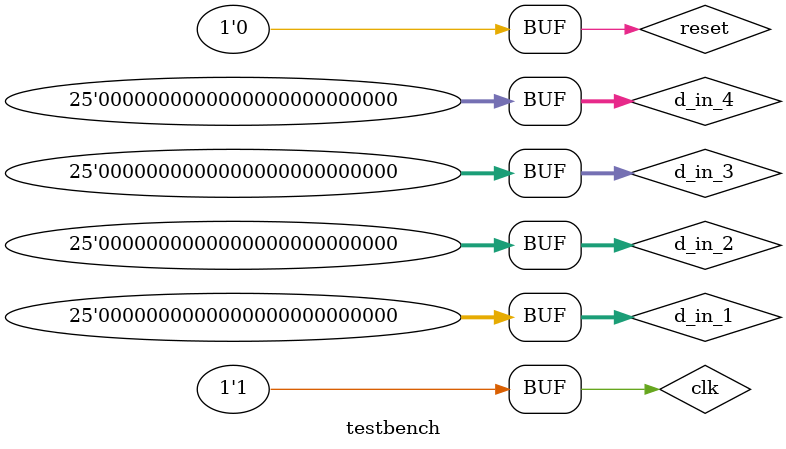
<source format=v>



module testbench;

reg clk;
reg reset;

reg signed [24:0] d_in_1;
reg signed [24:0] d_in_2;
reg signed [24:0] d_in_3;
reg signed [24:0] d_in_4;

wire signed [24:0] d_out_5;
wire signed [24:0] d_out_6;
wire signed [24:0] d_out_7;
wire signed [24:0] d_out_8;

IDCT_whole IDCT(.d_in_1(d_in_1),
               .d_in_2(d_in_2),
               .d_in_3(d_in_3),
               .d_in_4(d_in_4),
               .reset(reset),
               .clk(clk),
               .d_out_5(d_out_5),
               .d_out_6(d_out_6),
               .d_out_7(d_out_7),
               .d_out_8(d_out_8)
               );
initial begin


 begin
     reset = 1;
 end

 #20 begin
  clk = 0;
  reset = 0;
 end


 #19 begin
     clk = ~clk;
  end
 #1 begin
     d_in_1 = 1440;
     d_in_2 = 0;
     d_in_3 = 0;
     d_in_4 = 0;
  end

 #19 begin
	 clk = ~clk;
	 end

 #20 begin
       clk = ~clk;
   end
 #1 begin
       d_in_1 = 0;
       d_in_2 = -720;
       d_in_3 = 0;
       d_in_4 = 0;
   end

 #19 begin
	 clk = ~clk;
	 end

 #20 begin
       clk = ~clk;
   end

 #1 begin
   d_in_1 = 0;
   d_in_2 = 0;
   d_in_3 = 0;
   d_in_4 = 0;
 end

 #19 begin
	 clk = ~clk;
	 end

 #20 begin
      clk = ~clk;
    end

 #1 begin
     d_in_1 = 0;
     d_in_2 = 0;
     d_in_3 = 0;
     d_in_4 = 0;
 end

 #19 begin
	 clk = ~clk;
	 end

 #20 begin
      clk = ~clk;
    end
  #1 begin
     d_in_1 = 0;
     d_in_2 = 0;
     d_in_3 = 0;
     d_in_4 = 0;
  end


 #19 begin
	 clk = ~clk;
	 end

 #20 begin
      clk = ~clk;

    end
    #1 begin
       d_in_1 = 0;
       d_in_2 = 0;
       d_in_3 = 0;
       d_in_4 = 0;
    end



 #19 begin
	 clk = ~clk;
 end

 #20 begin
      clk = ~clk;
 end

 #1 begin
     d_in_1 = 0;
     d_in_2 = 0;
     d_in_3 = 0;
     d_in_4 = 0;
  end

 #19 begin
   clk = ~clk;
   end

 #20 begin
       clk = ~clk;
   end
 #1 begin
       d_in_1 = 0;
       d_in_2 = 0;
       d_in_3 = 0;
       d_in_4 = 0;
   end

 #19 begin
   clk = ~clk;
   end

 #20 begin
       clk = ~clk;
   end

 #1 begin
   d_in_1 = 0;
   d_in_2 = 0;
   d_in_3 = 0;
   d_in_4 = 0;
 end

 #19 begin
   clk = ~clk;
   end

 #20 begin
      clk = ~clk;
    end

 #1 begin
     d_in_1 = 0;
     d_in_2 = 0;
     d_in_3 = 0;
     d_in_4 = 0;
 end

 #19 begin
   clk = ~clk;
   end

 #20 begin
      clk = ~clk;
    end
  #1 begin
     d_in_1 = 0;
     d_in_2 = 0;
     d_in_3 = 0;
     d_in_4 = 0;
  end


 #19 begin
   clk = ~clk;
   end

 #20 begin
      clk = ~clk;

    end
    #1 begin
       d_in_1 = 0;
       d_in_2 = 0;
       d_in_3 = 0;
       d_in_4 = 0;
    end



 #19 begin
   clk = ~clk;
 end

 #20 begin
      clk = ~clk;
 end

 #1 begin
       d_in_1 = 0;
       d_in_2 = 0;
       d_in_3 = 0;
       d_in_4 = 0;
   end


   
    #19 begin
   clk = ~clk;
 end

 #20 begin
      clk = ~clk;
 end

 #1 begin
       d_in_1 = 0;
       d_in_2 = 0;
       d_in_3 = 0;
       d_in_4 = 0;
   end




    #19 begin
   clk = ~clk;
 end

 #20 begin
      clk = ~clk;
 end

 #1 begin
       d_in_1 = 0;
       d_in_2 = 0;
       d_in_3 = 0;
       d_in_4 = 0;
   end



end

endmodule

</source>
